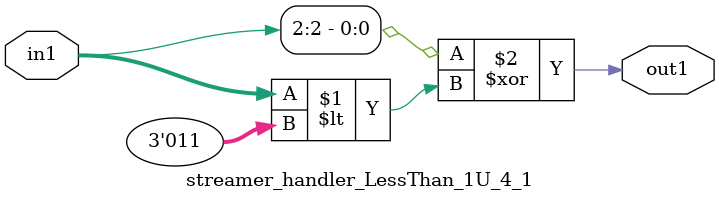
<source format=v>

`timescale 1ps / 1ps


module streamer_handler_LessThan_1U_4_1( in1, out1 );

    input [2:0] in1;
    output out1;

    
    // rtl_process:streamer_handler_LessThan_1U_4_1/streamer_handler_LessThan_1U_4_1_thread_1
    assign out1 = (in1[2] ^ in1 < 3'd3);

endmodule


</source>
